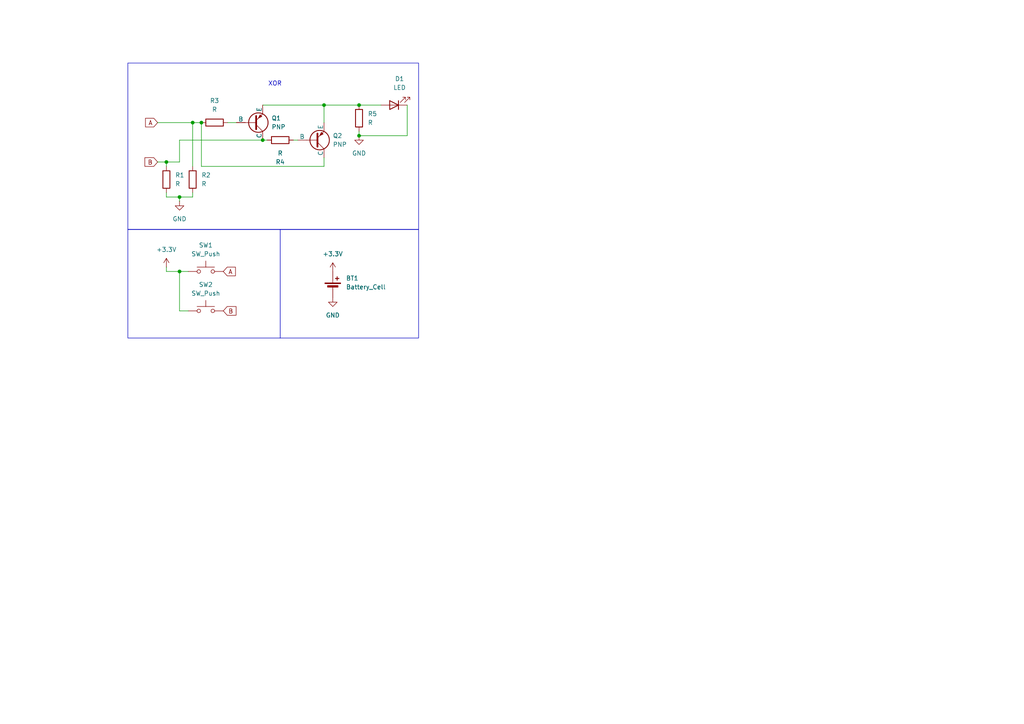
<source format=kicad_sch>
(kicad_sch (version 20250114) (generator "eeschema") (generator_version "9.0")
  (paper "A4")
  (lib_symbols
    (symbol "Device:Battery_Cell" (pin_numbers (hide yes)) (pin_names (offset 0) (hide yes))
      (property "Reference" "BT" (at 2.54 2.54 0))
      (property "Value" "Battery_Cell" (at 2.54 0 0))
      (symbol "Battery_Cell_0_1"
        (rectangle (start -2.286 1.778) (end 2.286 1.524) (fill (type outline)))
        (rectangle (start -1.524 1.016) (end 1.524 0.508) (fill (type outline)))
        (polyline (pts (xy 0 1.778) (xy 0 2.54)))
        (polyline (pts (xy 0 0.762) (xy 0 0)))
        (polyline (pts (xy 0.762 3.048) (xy 1.778 3.048)) (stroke (width 0.254)))
        (polyline (pts (xy 1.27 3.556) (xy 1.27 2.54)) (stroke (width 0.254)))
      )
      (symbol "Battery_Cell_1_1"
        (pin passive line (at 0 5.08 270) (length 2.54) (name "+") (number "1"))
        (pin passive line (at 0 -2.54 90) (length 2.54) (name "-") (number "2"))
      )
    )
    (symbol "Device:LED" (pin_numbers (hide yes)) (pin_names (offset 1.016) (hide yes))
      (property "Reference" "D" (at 0 2.54 0))
      (property "Value" "LED" (at 0 -2.54 0))
      (symbol "LED_0_1"
        (polyline (pts (xy -3.048 -0.762) (xy -4.572 -2.286) (xy -3.81 -2.286) (xy -4.572 -2.286) (xy -4.572 -1.524)))
        (polyline (pts (xy -1.778 -0.762) (xy -3.302 -2.286) (xy -2.54 -2.286) (xy -3.302 -2.286) (xy -3.302 -1.524)))
        (polyline (pts (xy -1.27 0) (xy 1.27 0)))
        (polyline (pts (xy -1.27 -1.27) (xy -1.27 1.27)) (stroke (width 0.254)))
        (polyline (pts (xy 1.27 -1.27) (xy 1.27 1.27) (xy -1.27 0) (xy 1.27 -1.27)) (stroke (width 0.254)))
      )
      (symbol "LED_1_1"
        (pin passive line (at -3.81 0 0) (length 2.54) (name "K") (number "1"))
        (pin passive line (at 3.81 0 180) (length 2.54) (name "A") (number "2"))
      )
    )
    (symbol "Device:R" (pin_numbers (hide yes)) (pin_names (offset 0))
      (property "Reference" "R" (at 2.032 0 90))
      (property "Value" "R" (at 0 0 90))
      (symbol "R_0_1"
        (rectangle (start -1.016 -2.54) (end 1.016 2.54) (stroke (width 0.254)))
      )
      (symbol "R_1_1"
        (pin passive line (at 0 3.81 270) (length 1.27) (name "~") (number "1"))
        (pin passive line (at 0 -3.81 90) (length 1.27) (name "~") (number "2"))
      )
    )
    (symbol "Simulation_SPICE:PNP" (pin_numbers (hide yes)) (pin_names (offset 0))
      (property "Reference" "Q" (at -2.54 7.62 0))
      (property "Value" "PNP" (at -2.54 5.08 0))
      (symbol "PNP_0_1"
        (polyline (pts (xy -2.54 0) (xy 0.635 0)) (stroke (width 0.1524)))
        (polyline (pts (xy 0.635 1.905) (xy 0.635 -1.905) (xy 0.635 -1.905)) (stroke (width 0.508)))
        (polyline (pts (xy 0.635 0.635) (xy 2.54 2.54)))
        (polyline (pts (xy 0.635 -0.635) (xy 2.54 -2.54) (xy 2.54 -2.54)))
        (circle (center 1.27 0) (radius 2.8194) (stroke (width 0.254)))
        (polyline (pts (xy 2.286 -1.778) (xy 1.778 -2.286) (xy 1.27 -1.27) (xy 2.286 -1.778) (xy 2.286 -1.778)) (fill (type outline)))
      )
      (symbol "PNP_1_1"
        (pin input line (at -5.08 0 0) (length 2.54) (name "B") (number "2"))
        (pin open_collector line (at 2.54 5.08 270) (length 2.54) (name "C") (number "1"))
        (pin open_emitter line (at 2.54 -5.08 90) (length 2.54) (name "E") (number "3"))
      )
    )
    (symbol "Switch:SW_Push" (pin_numbers (hide yes)) (pin_names (offset 1.016) (hide yes))
      (property "Reference" "SW" (at 1.27 2.54 0))
      (property "Value" "SW_Push" (at 0 -1.524 0))
      (symbol "SW_Push_0_1"
        (circle (center -2.032 0) (radius 0.508))
        (polyline (pts (xy 0 1.27) (xy 0 3.048)))
        (circle (center 2.032 0) (radius 0.508))
        (polyline (pts (xy 2.54 1.27) (xy -2.54 1.27)))
        (pin passive line (at -5.08 0 0) (length 2.54) (name "1") (number "1"))
        (pin passive line (at 5.08 0 180) (length 2.54) (name "2") (number "2"))
      )
    )
    (symbol "power:+3.3V" (power) (pin_numbers (hide yes)) (pin_names (offset 0) (hide yes))
      (property "Value" "+3.3V" (at 0 3.556 0))
      (symbol "+3.3V_0_1"
        (polyline (pts (xy -0.762 1.27) (xy 0 2.54)))
        (polyline (pts (xy 0 2.54) (xy 0.762 1.27)))
        (polyline (pts (xy 0 0) (xy 0 2.54)))
      )
      (symbol "+3.3V_1_1"
        (pin power_in line (at 0 0 90) (length 0) (name "~") (number "1"))
      )
    )
    (symbol "power:GND" (power) (pin_numbers (hide yes)) (pin_names (offset 0) (hide yes))
      (property "Value" "GND" (at 0 -3.81 0))
      (symbol "GND_0_1"
        (polyline (pts (xy 0 0) (xy 0 -1.27) (xy 1.27 -1.27) (xy 0 -2.54) (xy -1.27 -1.27) (xy 0 -1.27)))
      )
      (symbol "GND_1_1"
        (pin power_in line (at 0 0 270) (length 0) (name "~") (number "1"))
      )
    )
  )
  (rectangle (start 81.28 66.548) (end 121.412 98.044))
  (rectangle (start 37.084 18.288) (end 121.412 66.548))
  (rectangle (start 37.084 66.548) (end 81.28 98.044))
  (text "XOR" (at 79.756 24.384 0) (effects (font (size 1.27 1.27))))
  (junction (at 104.14 30.48))
  (junction (at 55.88 35.56))
  (junction (at 76.2 40.64))
  (junction (at 58.42 35.56))
  (junction (at 104.14 39.37))
  (junction (at 93.98 30.48))
  (junction (at 52.07 57.15))
  (junction (at 48.26 46.99))
  (junction (at 52.07 78.74))
  (wire (pts (xy 52.07 58.42) (xy 52.07 57.15)))
  (wire (pts (xy 93.98 30.48) (xy 93.98 35.56)))
  (wire (pts (xy 48.26 77.47) (xy 48.26 78.74)))
  (wire (pts (xy 52.07 57.15) (xy 48.26 57.15)))
  (wire (pts (xy 48.26 46.99) (xy 52.07 46.99)))
  (wire (pts (xy 93.98 45.72) (xy 93.98 48.26)))
  (wire (pts (xy 93.98 30.48) (xy 104.14 30.48)))
  (wire (pts (xy 52.07 46.99) (xy 52.07 40.64)))
  (wire (pts (xy 52.07 90.17) (xy 52.07 78.74)))
  (wire (pts (xy 48.26 78.74) (xy 52.07 78.74)))
  (wire (pts (xy 55.88 35.56) (xy 58.42 35.56)))
  (wire (pts (xy 104.14 30.48) (xy 110.49 30.48)))
  (wire (pts (xy 52.07 57.15) (xy 55.88 57.15)))
  (wire (pts (xy 55.88 35.56) (xy 55.88 48.26)))
  (wire (pts (xy 45.72 46.99) (xy 48.26 46.99)))
  (wire (pts (xy 93.98 48.26) (xy 58.42 48.26)))
  (wire (pts (xy 45.72 35.56) (xy 55.88 35.56)))
  (wire (pts (xy 48.26 46.99) (xy 48.26 48.26)))
  (wire (pts (xy 104.14 39.37) (xy 104.14 38.1)))
  (wire (pts (xy 52.07 78.74) (xy 54.61 78.74)))
  (wire (pts (xy 104.14 39.37) (xy 118.11 39.37)))
  (wire (pts (xy 48.26 57.15) (xy 48.26 55.88)))
  (wire (pts (xy 118.11 30.48) (xy 118.11 39.37)))
  (wire (pts (xy 55.88 57.15) (xy 55.88 55.88)))
  (wire (pts (xy 54.61 90.17) (xy 52.07 90.17)))
  (wire (pts (xy 58.42 48.26) (xy 58.42 35.56)))
  (wire (pts (xy 85.09 40.64) (xy 86.36 40.64)))
  (wire (pts (xy 52.07 40.64) (xy 76.2 40.64)))
  (wire (pts (xy 76.2 30.48) (xy 93.98 30.48)))
  (wire (pts (xy 76.2 40.64) (xy 77.47 40.64)))
  (wire (pts (xy 66.04 35.56) (xy 68.58 35.56)))
  (global_label "A" (shape input) (at 45.72 35.56 180) (property "Intersheetrefs" "${INTERSHEET_REFS}" (effects (hide yes))))
  (global_label "B" (shape input) (at 45.72 46.99 180) (property "Intersheetrefs" "${INTERSHEET_REFS}" (effects (hide yes))))
  (global_label "B" (shape input) (at 64.77 90.17 0) (property "Intersheetrefs" "${INTERSHEET_REFS}" (effects (hide yes))))
  (global_label "A" (shape input) (at 64.77 78.74 0) (property "Intersheetrefs" "${INTERSHEET_REFS}" (effects (hide yes))))
  (symbol (lib_id "Simulation_SPICE:PNP") (at 73.66 35.56 0) (mirror x) (unit 1)
    (property "Reference" "Q1" (at 78.74 34.2899 0) (effects (justify left)))
    (property "Value" "PNP" (at 78.74 36.8299 0) (effects (justify left)))
    (property "Footprint" "Package_TO_SOT_THT:TO-92L_HandSolder" (effects (hide yes)))
    (property "Datasheet" "https://ngspice.sourceforge.io/docs/ngspice-html-manual/manual.xhtml#cha_BJTs" (effects (hide yes)))
    (property "Description" "Bipolar transistor symbol for simulation only, substrate tied to the emitter" (effects (hide yes)))
    (property "Sim.Device" "PNP" (effects (hide yes)))
    (property "Sim.Type" "GUMMELPOON" (effects (hide yes)))
    (property "Sim.Pins" "1=C 2=B 3=E" (effects (hide yes)))
  )
  (symbol (lib_id "Device:R") (at 55.88 52.07 0) (unit 1)
    (property "Reference" "R2" (at 58.42 50.7999 0) (effects (justify left)))
    (property "Value" "R" (at 58.42 53.3399 0) (effects (justify left)))
    (property "Footprint" "Resistor_THT:R_Axial_DIN0207_L6.3mm_D2.5mm_P7.62mm_Horizontal" (effects (hide yes)))
    (property "Description" "Resistor" (effects (hide yes)))
  )
  (symbol (lib_id "Switch:SW_Push") (at 59.69 90.17 0) (unit 1)
    (property "Reference" "SW2" (at 59.69 82.55 0))
    (property "Value" "SW_Push" (at 59.69 85.09 0))
    (property "Footprint" "Button_Switch_THT:SW_PUSH_6mm" (effects (hide yes)))
    (property "Description" "Push button switch, generic, two pins" (effects (hide yes)))
  )
  (symbol (lib_id "Device:R") (at 62.23 35.56 90) (unit 1)
    (property "Reference" "R3" (at 62.23 29.21 90))
    (property "Value" "R" (at 62.23 31.75 90))
    (property "Footprint" "Resistor_THT:R_Axial_DIN0207_L6.3mm_D2.5mm_P7.62mm_Horizontal" (effects (hide yes)))
    (property "Description" "Resistor" (effects (hide yes)))
  )
  (symbol (lib_id "power:+3.3V") (at 48.26 77.47 0) (unit 1)
    (property "Reference" "#PWR02" (effects (hide yes)))
    (property "Value" "+3.3V" (at 48.26 72.39 0))
    (property "Description" "Power symbol creates a global label with name \"+3.3V\"" (effects (hide yes)))
  )
  (symbol (lib_id "Device:R") (at 104.14 34.29 0) (unit 1)
    (property "Reference" "R5" (at 106.68 33.0199 0) (effects (justify left)))
    (property "Value" "R" (at 106.68 35.5599 0) (effects (justify left)))
    (property "Footprint" "Resistor_THT:R_Axial_DIN0207_L6.3mm_D2.5mm_P7.62mm_Horizontal" (effects (hide yes)))
    (property "Description" "Resistor" (effects (hide yes)))
  )
  (symbol (lib_id "Simulation_SPICE:PNP") (at 91.44 40.64 0) (mirror x) (unit 1)
    (property "Reference" "Q2" (at 96.52 39.3699 0) (effects (justify left)))
    (property "Value" "PNP" (at 96.52 41.9099 0) (effects (justify left)))
    (property "Footprint" "Package_TO_SOT_THT:TO-92L_HandSolder" (effects (hide yes)))
    (property "Datasheet" "https://ngspice.sourceforge.io/docs/ngspice-html-manual/manual.xhtml#cha_BJTs" (effects (hide yes)))
    (property "Description" "Bipolar transistor symbol for simulation only, substrate tied to the emitter" (effects (hide yes)))
    (property "Sim.Device" "PNP" (effects (hide yes)))
    (property "Sim.Type" "GUMMELPOON" (effects (hide yes)))
    (property "Sim.Pins" "1=C 2=B 3=E" (effects (hide yes)))
  )
  (symbol (lib_id "power:GND") (at 104.14 39.37 0) (unit 1)
    (property "Reference" "#PWR03" (effects (hide yes)))
    (property "Value" "GND" (at 104.14 44.45 0))
    (property "Description" "Power symbol creates a global label with name \"GND\" , ground" (effects (hide yes)))
  )
  (symbol (lib_id "power:GND") (at 52.07 58.42 0) (unit 1)
    (property "Reference" "#PWR01" (effects (hide yes)))
    (property "Value" "GND" (at 52.07 63.5 0))
    (property "Description" "Power symbol creates a global label with name \"GND\" , ground" (effects (hide yes)))
  )
  (symbol (lib_id "power:+3.3V") (at 96.52 78.74 0) (unit 1)
    (property "Reference" "#PWR04" (effects (hide yes)))
    (property "Value" "+3.3V" (at 96.52 73.66 0))
    (property "Description" "Power symbol creates a global label with name \"+3.3V\"" (effects (hide yes)))
  )
  (symbol (lib_id "power:GND") (at 96.52 86.36 0) (unit 1)
    (property "Reference" "#PWR05" (effects (hide yes)))
    (property "Value" "GND" (at 96.52 91.44 0))
    (property "Description" "Power symbol creates a global label with name \"GND\" , ground" (effects (hide yes)))
  )
  (symbol (lib_id "Device:LED") (at 114.3 30.48 180) (unit 1)
    (property "Reference" "D1" (at 115.8875 22.86 0))
    (property "Value" "LED" (at 115.8875 25.4 0))
    (property "Footprint" "LED_THT:LED_D5.0mm" (effects (hide yes)))
    (property "Description" "Light emitting diode" (effects (hide yes)))
    (property "Sim.Pins" "1=K 2=A" (effects (hide yes)))
  )
  (symbol (lib_id "Device:Battery_Cell") (at 96.52 83.82 0) (unit 1)
    (property "Reference" "BT1" (at 100.33 80.7084 0) (effects (justify left)))
    (property "Value" "Battery_Cell" (at 100.33 83.2484 0) (effects (justify left)))
    (property "Footprint" "Battery:BatteryHolder_Keystone_3034_1x20mm" (effects (hide yes)))
    (property "Description" "Single-cell battery" (effects (hide yes)))
  )
  (symbol (lib_id "Switch:SW_Push") (at 59.69 78.74 0) (unit 1)
    (property "Reference" "SW1" (at 59.69 71.12 0))
    (property "Value" "SW_Push" (at 59.69 73.66 0))
    (property "Footprint" "Button_Switch_THT:SW_PUSH_6mm" (effects (hide yes)))
    (property "Description" "Push button switch, generic, two pins" (effects (hide yes)))
  )
  (symbol (lib_id "Device:R") (at 81.28 40.64 90) (mirror x) (unit 1)
    (property "Reference" "R4" (at 81.28 46.99 90))
    (property "Value" "R" (at 81.28 44.45 90))
    (property "Footprint" "Resistor_THT:R_Axial_DIN0207_L6.3mm_D2.5mm_P7.62mm_Horizontal" (effects (hide yes)))
    (property "Description" "Resistor" (effects (hide yes)))
  )
  (symbol (lib_id "Device:R") (at 48.26 52.07 0) (unit 1)
    (property "Reference" "R1" (at 50.8 50.7999 0) (effects (justify left)))
    (property "Value" "R" (at 50.8 53.3399 0) (effects (justify left)))
    (property "Footprint" "Resistor_THT:R_Axial_DIN0207_L6.3mm_D2.5mm_P7.62mm_Horizontal" (effects (hide yes)))
    (property "Description" "Resistor" (effects (hide yes)))
  )
)
</source>
